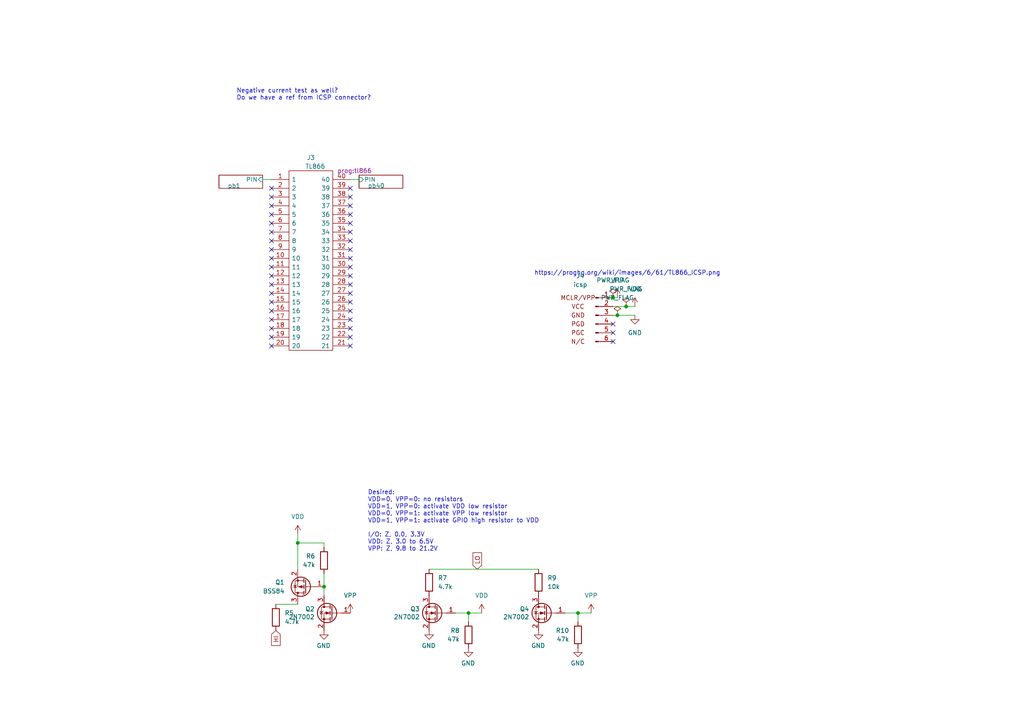
<source format=kicad_sch>
(kicad_sch (version 20211123) (generator eeschema)
  (paper "A4")
  (lib_symbols
    (symbol "Connector:Conn_01x02_Male" (pin_names (offset 1.016) hide)
      (property "Reference" "J" (at 0 2.54 0))
      (property "Value" "Conn_01x02_Male" (at 0 -5.08 0))
      (symbol "Conn_01x02_Male_1_1"
        (polyline (pts (xy 1.27 -2.54) (xy 0.8636 -2.54)) (stroke (width 0.1524)))
        (polyline (pts (xy 1.27 0) (xy 0.8636 0)) (stroke (width 0.1524)))
        (rectangle (start 0.8636 -2.413) (end 0 -2.667) (stroke (width 0.1524)) (fill (type outline)))
        (rectangle (start 0.8636 0.127) (end 0 -0.127) (stroke (width 0.1524)) (fill (type outline)))
        (pin passive line (at 5.08 0 180) (length 3.81) (name "Pin_1") (number "1"))
        (pin passive line (at 5.08 -2.54 180) (length 3.81) (name "Pin_2") (number "2"))
      )
    )
    (symbol "Device:R" (pin_numbers hide) (pin_names (offset 0))
      (property "Reference" "R" (at 2.032 0 90))
      (property "Value" "R" (at 0 0 90))
      (symbol "R_0_1"
        (rectangle (start -1.016 -2.54) (end 1.016 2.54) (stroke (width 0.254)))
      )
      (symbol "R_1_1"
        (pin passive line (at 0 3.81 270) (length 1.27) (name "~") (number "1"))
        (pin passive line (at 0 -3.81 90) (length 1.27) (name "~") (number "2"))
      )
    )
    (symbol "Transistor_FET:2N7002" (pin_names hide)
      (property "Reference" "Q" (at 5.08 1.905 0))
      (property "Value" "2N7002" (at 5.08 0 0))
      (symbol "2N7002_0_1"
        (polyline (pts (xy 0.254 0) (xy -2.54 0)))
        (polyline (pts (xy 0.254 1.905) (xy 0.254 -1.905)) (stroke (width 0.254)))
        (polyline (pts (xy 0.762 -1.27) (xy 0.762 -2.286)) (stroke (width 0.254)))
        (polyline (pts (xy 0.762 0.508) (xy 0.762 -0.508)) (stroke (width 0.254)))
        (polyline (pts (xy 0.762 2.286) (xy 0.762 1.27)) (stroke (width 0.254)))
        (polyline (pts (xy 2.54 2.54) (xy 2.54 1.778)))
        (polyline (pts (xy 2.54 -2.54) (xy 2.54 0) (xy 0.762 0)))
        (polyline (pts (xy 0.762 -1.778) (xy 3.302 -1.778) (xy 3.302 1.778) (xy 0.762 1.778)))
        (polyline (pts (xy 1.016 0) (xy 2.032 0.381) (xy 2.032 -0.381) (xy 1.016 0)) (fill (type outline)))
        (polyline (pts (xy 2.794 0.508) (xy 2.921 0.381) (xy 3.683 0.381) (xy 3.81 0.254)))
        (polyline (pts (xy 3.302 0.381) (xy 2.921 -0.254) (xy 3.683 -0.254) (xy 3.302 0.381)))
        (circle (center 1.651 0) (radius 2.794) (stroke (width 0.254)))
        (circle (center 2.54 -1.778) (radius 0.254) (fill (type outline)))
        (circle (center 2.54 1.778) (radius 0.254) (fill (type outline)))
      )
      (symbol "2N7002_1_1"
        (pin input line (at -5.08 0 0) (length 2.54) (name "G") (number "1"))
        (pin passive line (at 2.54 -5.08 90) (length 2.54) (name "S") (number "2"))
        (pin passive line (at 2.54 5.08 270) (length 2.54) (name "D") (number "3"))
      )
    )
    (symbol "Transistor_FET:BSS84" (pin_names hide)
      (property "Reference" "Q" (at 5.08 1.905 0))
      (property "Value" "BSS84" (at 5.08 0 0))
      (symbol "BSS84_0_1"
        (polyline (pts (xy 0.254 0) (xy -2.54 0)))
        (polyline (pts (xy 0.254 1.905) (xy 0.254 -1.905)) (stroke (width 0.254)))
        (polyline (pts (xy 0.762 -1.27) (xy 0.762 -2.286)) (stroke (width 0.254)))
        (polyline (pts (xy 0.762 0.508) (xy 0.762 -0.508)) (stroke (width 0.254)))
        (polyline (pts (xy 0.762 2.286) (xy 0.762 1.27)) (stroke (width 0.254)))
        (polyline (pts (xy 2.54 2.54) (xy 2.54 1.778)))
        (polyline (pts (xy 2.54 -2.54) (xy 2.54 0) (xy 0.762 0)))
        (polyline (pts (xy 0.762 1.778) (xy 3.302 1.778) (xy 3.302 -1.778) (xy 0.762 -1.778)))
        (polyline (pts (xy 2.286 0) (xy 1.27 0.381) (xy 1.27 -0.381) (xy 2.286 0)) (fill (type outline)))
        (polyline (pts (xy 2.794 -0.508) (xy 2.921 -0.381) (xy 3.683 -0.381) (xy 3.81 -0.254)))
        (polyline (pts (xy 3.302 -0.381) (xy 2.921 0.254) (xy 3.683 0.254) (xy 3.302 -0.381)))
        (circle (center 1.651 0) (radius 2.794) (stroke (width 0.254)))
        (circle (center 2.54 -1.778) (radius 0.254) (fill (type outline)))
        (circle (center 2.54 1.778) (radius 0.254) (fill (type outline)))
      )
      (symbol "BSS84_1_1"
        (pin input line (at -5.08 0 0) (length 2.54) (name "G") (number "1"))
        (pin passive line (at 2.54 -5.08 90) (length 2.54) (name "S") (number "2"))
        (pin passive line (at 2.54 5.08 270) (length 2.54) (name "D") (number "3"))
      )
    )
    (symbol "power:GND" (power) (pin_names (offset 0))
      (property "Value" "GND" (at 0 -3.81 0))
      (symbol "GND_0_1"
        (polyline (pts (xy 0 0) (xy 0 -1.27) (xy 1.27 -1.27) (xy 0 -2.54) (xy -1.27 -1.27) (xy 0 -1.27)))
      )
      (symbol "GND_1_1"
        (pin power_in line (at 0 0 270) (length 0) hide (name "GND") (number "1"))
      )
    )
    (symbol "power:PWR_FLAG" (power) (pin_numbers hide) (pin_names (offset 0) hide)
      (property "Value" "PWR_FLAG" (at 0 3.81 0))
      (symbol "PWR_FLAG_0_0"
        (pin power_out line (at 0 0 90) (length 0) (name "pwr") (number "1"))
      )
      (symbol "PWR_FLAG_0_1"
        (polyline (pts (xy 0 0) (xy 0 1.27) (xy -1.016 1.905) (xy 0 2.54) (xy 1.016 1.905) (xy 0 1.27)))
      )
    )
    (symbol "power:VDD" (power) (pin_names (offset 0))
      (property "Value" "VDD" (at 0 3.81 0))
      (symbol "VDD_0_1"
        (polyline (pts (xy -0.762 1.27) (xy 0 2.54)))
        (polyline (pts (xy 0 0) (xy 0 2.54)))
        (polyline (pts (xy 0 2.54) (xy 0.762 1.27)))
      )
      (symbol "VDD_1_1"
        (pin power_in line (at 0 0 90) (length 0) hide (name "VDD") (number "1"))
      )
    )
    (symbol "power:VPP" (power) (pin_names (offset 0))
      (property "Value" "VPP" (at 0 3.81 0))
      (symbol "VPP_0_1"
        (polyline (pts (xy -0.762 1.27) (xy 0 2.54)))
        (polyline (pts (xy 0 0) (xy 0 2.54)))
        (polyline (pts (xy 0 2.54) (xy 0.762 1.27)))
      )
      (symbol "VPP_1_1"
        (pin power_in line (at 0 0 90) (length 0) hide (name "VPP") (number "1"))
      )
    )
    (symbol "prog:icsp" (pin_names (offset 1.016) hide)
      (property "Reference" "J?" (at 3.175 11.43 0))
      (property "Value" "icsp" (at 3.175 8.89 0))
      (symbol "icsp_0_0"
        (text "GND" (at -5.08 0 0) (effects (font (size 1.27 1.27))))
        (text "MCLR/VPP" (at -5.08 5.08 0) (effects (font (size 1.27 1.27))))
        (text "N/C" (at -5.08 -7.62 0) (effects (font (size 1.27 1.27))))
        (text "PGC" (at -5.08 -5.08 0) (effects (font (size 1.27 1.27))))
        (text "PGD" (at -5.08 -2.54 0) (effects (font (size 1.27 1.27))))
        (text "VCC" (at -5.08 2.54 0) (effects (font (size 1.27 1.27))))
      )
      (symbol "icsp_1_1"
        (polyline (pts (xy 1.27 -7.62) (xy 0.8636 -7.62)) (stroke (width 0.1524)))
        (polyline (pts (xy 1.27 -5.08) (xy 0.8636 -5.08)) (stroke (width 0.1524)))
        (polyline (pts (xy 1.27 -2.54) (xy 0.8636 -2.54)) (stroke (width 0.1524)))
        (polyline (pts (xy 1.27 0) (xy 0.8636 0)) (stroke (width 0.1524)))
        (polyline (pts (xy 1.27 2.54) (xy 0.8636 2.54)) (stroke (width 0.1524)))
        (polyline (pts (xy 1.27 5.08) (xy 0.8636 5.08)) (stroke (width 0.1524)))
        (rectangle (start 0.8636 -7.493) (end 0 -7.747) (stroke (width 0.1524)) (fill (type outline)))
        (rectangle (start 0.8636 -4.953) (end 0 -5.207) (stroke (width 0.1524)) (fill (type outline)))
        (rectangle (start 0.8636 -2.413) (end 0 -2.667) (stroke (width 0.1524)) (fill (type outline)))
        (rectangle (start 0.8636 0.127) (end 0 -0.127) (stroke (width 0.1524)) (fill (type outline)))
        (rectangle (start 0.8636 2.667) (end 0 2.413) (stroke (width 0.1524)) (fill (type outline)))
        (rectangle (start 0.8636 5.207) (end 0 4.953) (stroke (width 0.1524)) (fill (type outline)))
        (pin passive line (at 5.08 5.08 180) (length 3.81) (name "VPP/MCLR") (number "1"))
        (pin passive line (at 5.08 2.54 180) (length 3.81) (name "Pin_2") (number "2"))
        (pin passive line (at 5.08 0 180) (length 3.81) (name "Pin_3") (number "3"))
        (pin passive line (at 5.08 -2.54 180) (length 3.81) (name "Pin_4") (number "4"))
        (pin passive line (at 5.08 -5.08 180) (length 3.81) (name "Pin_5") (number "5"))
        (pin passive line (at 5.08 -7.62 180) (length 3.81) (name "Pin_6") (number "6"))
      )
    )
    (symbol "prog:tl866_dip40" (pin_names (offset 0.762))
      (property "Reference" "J3" (at 11.43 7.62 0))
      (property "Value" "tl866_dip40" (at 11.43 5.08 0))
      (symbol "tl866_dip40_0_0"
        (pin bidirectional line (at 0 0 0) (length 5.08) (name "1") (number "1"))
        (pin bidirectional line (at 0 -22.86 0) (length 5.08) (name "10") (number "10"))
        (pin bidirectional line (at 0 -25.4 0) (length 5.08) (name "11") (number "11"))
        (pin bidirectional line (at 0 -27.94 0) (length 5.08) (name "12") (number "12"))
        (pin bidirectional line (at 0 -30.48 0) (length 5.08) (name "13") (number "13"))
        (pin bidirectional line (at 0 -33.02 0) (length 5.08) (name "14") (number "14"))
        (pin bidirectional line (at 0 -35.56 0) (length 5.08) (name "15") (number "15"))
        (pin bidirectional line (at 0 -38.1 0) (length 5.08) (name "16") (number "16"))
        (pin bidirectional line (at 0 -40.64 0) (length 5.08) (name "17") (number "17"))
        (pin bidirectional line (at 0 -43.18 0) (length 5.08) (name "18") (number "18"))
        (pin bidirectional line (at 0 -45.72 0) (length 5.08) (name "19") (number "19"))
        (pin bidirectional line (at 0 -2.54 0) (length 5.08) (name "2") (number "2"))
        (pin bidirectional line (at 0 -48.26 0) (length 5.08) (name "20") (number "20"))
        (pin bidirectional line (at 22.86 -48.26 180) (length 5.08) (name "21") (number "21"))
        (pin bidirectional line (at 22.86 -45.72 180) (length 5.08) (name "22") (number "22"))
        (pin bidirectional line (at 22.86 -43.18 180) (length 5.08) (name "23") (number "23"))
        (pin bidirectional line (at 22.86 -40.64 180) (length 5.08) (name "24") (number "24"))
        (pin bidirectional line (at 22.86 -38.1 180) (length 5.08) (name "25") (number "25"))
        (pin bidirectional line (at 22.86 -35.56 180) (length 5.08) (name "26") (number "26"))
        (pin bidirectional line (at 22.86 -33.02 180) (length 5.08) (name "27") (number "27"))
        (pin bidirectional line (at 22.86 -30.48 180) (length 5.08) (name "28") (number "28"))
        (pin bidirectional line (at 22.86 -27.94 180) (length 5.08) (name "29") (number "29"))
        (pin bidirectional line (at 0 -5.08 0) (length 5.08) (name "3") (number "3"))
        (pin bidirectional line (at 22.86 -25.4 180) (length 5.08) (name "30") (number "30"))
        (pin bidirectional line (at 22.86 -22.86 180) (length 5.08) (name "31") (number "31"))
        (pin bidirectional line (at 22.86 -20.32 180) (length 5.08) (name "32") (number "32"))
        (pin bidirectional line (at 22.86 -17.78 180) (length 5.08) (name "33") (number "33"))
        (pin bidirectional line (at 22.86 -15.24 180) (length 5.08) (name "34") (number "34"))
        (pin bidirectional line (at 22.86 -12.7 180) (length 5.08) (name "35") (number "35"))
        (pin bidirectional line (at 22.86 -10.16 180) (length 5.08) (name "36") (number "36"))
        (pin bidirectional line (at 22.86 -7.62 180) (length 5.08) (name "37") (number "37"))
        (pin bidirectional line (at 22.86 -5.08 180) (length 5.08) (name "38") (number "38"))
        (pin bidirectional line (at 22.86 -2.54 180) (length 5.08) (name "39") (number "39"))
        (pin bidirectional line (at 0 -7.62 0) (length 5.08) (name "4") (number "4"))
        (pin bidirectional line (at 22.86 0 180) (length 5.08) (name "40") (number "40"))
        (pin bidirectional line (at 0 -10.16 0) (length 5.08) (name "5") (number "5"))
        (pin bidirectional line (at 0 -12.7 0) (length 5.08) (name "6") (number "6"))
        (pin bidirectional line (at 0 -15.24 0) (length 5.08) (name "7") (number "7"))
        (pin bidirectional line (at 0 -17.78 0) (length 5.08) (name "8") (number "8"))
        (pin bidirectional line (at 0 -20.32 0) (length 5.08) (name "9") (number "9"))
      )
      (symbol "tl866_dip40_0_1"
        (rectangle (start 5.08 2.54) (end 17.78 -49.53))
      )
    )
  )
  (junction (at 177.8 86.36))
  (junction (at 135.89 177.8))
  (junction (at 93.98 170.18))
  (junction (at -73.66 175.26))
  (junction (at 86.36 157.48))
  (junction (at 167.64 177.8))
  (junction (at 179.07 91.44))
  (junction (at 181.61 88.9))
  (junction (at -30.48 171.45))
  (no_connect (at 177.8 93.98))
  (no_connect (at 177.8 96.52))
  (no_connect (at 101.6 54.61))
  (no_connect (at 78.74 54.61))
  (no_connect (at 78.74 57.15))
  (no_connect (at 101.6 57.15))
  (no_connect (at 78.74 64.77))
  (no_connect (at 78.74 67.31))
  (no_connect (at 78.74 69.85))
  (no_connect (at 78.74 72.39))
  (no_connect (at 78.74 74.93))
  (no_connect (at 78.74 77.47))
  (no_connect (at 78.74 80.01))
  (no_connect (at 78.74 82.55))
  (no_connect (at 101.6 74.93))
  (no_connect (at 101.6 72.39))
  (no_connect (at 101.6 69.85))
  (no_connect (at 101.6 67.31))
  (no_connect (at 101.6 64.77))
  (no_connect (at 101.6 62.23))
  (no_connect (at 101.6 59.69))
  (no_connect (at 101.6 100.33))
  (no_connect (at 101.6 97.79))
  (no_connect (at 101.6 95.25))
  (no_connect (at 101.6 92.71))
  (no_connect (at 101.6 90.17))
  (no_connect (at 78.74 100.33))
  (no_connect (at 78.74 95.25))
  (no_connect (at 78.74 97.79))
  (no_connect (at 78.74 59.69))
  (no_connect (at 78.74 62.23))
  (no_connect (at 78.74 85.09))
  (no_connect (at 78.74 87.63))
  (no_connect (at 78.74 90.17))
  (no_connect (at 78.74 92.71))
  (no_connect (at 101.6 87.63))
  (no_connect (at 101.6 85.09))
  (no_connect (at 101.6 82.55))
  (no_connect (at 101.6 80.01))
  (no_connect (at 101.6 77.47))
  (no_connect (at 177.8 99.06))
  (wire (pts (xy -73.66 175.26) (xy -76.2 175.26)))
  (wire (pts (xy 76.2 52.07) (xy 78.74 52.07)))
  (wire (pts (xy -26.67 168.91) (xy -26.67 171.45)))
  (wire (pts (xy 93.98 166.37) (xy 93.98 170.18)))
  (wire (pts (xy -69.85 182.88) (xy -69.85 180.34)))
  (wire (pts (xy 132.08 177.8) (xy 135.89 177.8)))
  (wire (pts (xy 167.64 177.8) (xy 171.45 177.8)))
  (wire (pts (xy 177.8 86.36) (xy 179.07 86.36)))
  (wire (pts (xy 93.98 157.48) (xy 86.36 157.48)))
  (wire (pts (xy 179.07 91.44) (xy 184.15 91.44)))
  (wire (pts (xy -69.85 175.26) (xy -73.66 175.26)))
  (wire (pts (xy -26.67 171.45) (xy -30.48 171.45)))
  (wire (pts (xy 181.61 88.9) (xy 184.15 88.9)))
  (wire (pts (xy 124.46 165.1) (xy 156.21 165.1)))
  (wire (pts (xy 177.8 91.44) (xy 179.07 91.44)))
  (wire (pts (xy -30.48 171.45) (xy -30.48 175.26)))
  (wire (pts (xy -73.66 175.26) (xy -73.66 171.45)))
  (wire (pts (xy 86.36 175.26) (xy 80.01 175.26)))
  (wire (pts (xy 93.98 170.18) (xy 93.98 172.72)))
  (wire (pts (xy 101.6 52.07) (xy 104.14 52.07)))
  (wire (pts (xy 86.36 157.48) (xy 86.36 165.1)))
  (wire (pts (xy -69.85 177.8) (xy -69.85 175.26)))
  (wire (pts (xy -26.67 163.83) (xy -26.67 166.37)))
  (wire (pts (xy 163.83 177.8) (xy 167.64 177.8)))
  (wire (pts (xy 177.8 88.9) (xy 181.61 88.9)))
  (wire (pts (xy 135.89 177.8) (xy 135.89 180.34)))
  (wire (pts (xy 86.36 154.94) (xy 86.36 157.48)))
  (wire (pts (xy 135.89 177.8) (xy 139.7 177.8)))
  (wire (pts (xy -33.02 163.83) (xy -26.67 163.83)))
  (wire (pts (xy 93.98 157.48) (xy 93.98 158.75)))
  (wire (pts (xy 167.64 177.8) (xy 167.64 180.34)))
  (wire (pts (xy -76.2 182.88) (xy -69.85 182.88)))
  (wire (pts (xy -30.48 171.45) (xy -33.02 171.45)))
  (text "Backup in case automatic resistor selection fails" (at -88.9 154.94 0) (effects (font (size 1.27 1.27)) (justify left bottom)))
  (text "Desired:\nVDD=0, VPP=0: no resistors\nVDD=1, VPP=0: activate VDD low resistor\nVDD=0, VPP=1: activate VPP low resistor\nVDD=1, VPP=1: activate GPIO high resistor to VDD\n\nI/O: Z, 0.0, 3.3V\nVDD: Z, 3.0 to 6.5V\nVPP: Z, 9.8 to 21.2V" (at 106.68 160.02 0) (effects (font (size 1.27 1.27)) (justify left bottom)))
  (text "https://proghq.org/wiki/images/6/61/TL866_ICSP.png" (at 154.94 80.01 0) (effects (font (size 1.27 1.27)) (justify left bottom)))
  (text "Negative current test as well?\nDo we have a ref from ICSP connector?" (at 68.58 29.21 0) (effects (font (size 1.27 1.27)) (justify left bottom)))
  (global_label "LO" (shape input) (at -29.21 163.83 90) (property "Intersheet References" "${INTERSHEET_REFS}" (effects hide)))
  (global_label "HI" (shape input) (at -72.39 182.88 270) (property "Intersheet References" "${INTERSHEET_REFS}" (effects hide)))
  (global_label "HI" (shape input) (at 80.01 182.88 270) (property "Intersheet References" "${INTERSHEET_REFS}" (effects hide)))
  (global_label "LO" (shape input) (at 138.43 165.1 90) (property "Intersheet References" "${INTERSHEET_REFS}" (effects hide)))
  (symbol (lib_id "Connector:Conn_01x02_Male") (at -64.77 177.8 0) (mirror y) (unit 1)
    (property "Reference" "J1" (at -63.5 180.3401 0) (effects (justify right)))
    (property "Value" "Conn_01x02_Male" (at -63.5 177.8001 0) (effects (justify right)))
    (property "Footprint" "Connector_PinHeader_2.54mm:PinHeader_1x02_P2.54mm_Vertical" (effects hide))
  )
  (symbol (lib_id "Transistor_FET:2N7002") (at 158.75 177.8 0) (mirror y) (unit 1)
    (property "Reference" "Q4" (at 153.5176 176.6316 0) (effects (justify left)))
    (property "Value" "2N7002" (at 153.5176 178.943 0) (effects (justify left)))
    (property "Footprint" "Package_TO_SOT_SMD:SOT-23" (effects hide))
    (property "Datasheet" "https://www.onsemi.com/pub/Collateral/NDS7002A-D.PDF" (effects hide))
  )
  (symbol (lib_id "Device:R") (at 124.46 168.91 180) (unit 1)
    (property "Reference" "R7" (at 127 167.6399 0) (effects (justify right)))
    (property "Value" "4.7k" (at 127 170.1799 0) (effects (justify right)))
    (property "Footprint" "Resistor_SMD:R_0603_1608Metric" (effects hide))
  )
  (symbol (lib_id "Device:R") (at 93.98 162.56 0) (mirror x) (unit 1)
    (property "Reference" "R6" (at 91.44 161.2899 0) (effects (justify right)))
    (property "Value" "47k" (at 91.44 163.8299 0) (effects (justify right)))
    (property "Footprint" "Resistor_SMD:R_0603_1608Metric" (effects hide))
  )
  (symbol (lib_id "Device:R") (at -73.66 167.64 0) (mirror y) (unit 1)
    (property "Reference" "R2" (at -71.12 166.3699 0) (effects (justify right)))
    (property "Value" "NOLOAD" (at -71.12 168.9099 0) (effects (justify right)))
    (property "Footprint" "Resistor_SMD:R_0603_1608Metric" (effects hide))
  )
  (symbol (lib_id "Transistor_FET:BSS84") (at 88.9 170.18 180) (unit 1)
    (property "Reference" "Q1" (at 82.55 168.9099 0) (effects (justify left)))
    (property "Value" "BSS84" (at 82.55 171.4499 0) (effects (justify left)))
    (property "Footprint" "Package_TO_SOT_SMD:SOT-23" (effects hide))
    (property "Datasheet" "http://assets.nexperia.com/documents/data-sheet/BSS84.pdf" (effects hide))
  )
  (symbol (lib_id "Device:R") (at -30.48 179.07 180) (unit 1)
    (property "Reference" "R4" (at -27.94 177.7999 0) (effects (justify right)))
    (property "Value" "NOLOAD" (at -27.94 180.3399 0) (effects (justify right)))
    (property "Footprint" "Resistor_SMD:R_0603_1608Metric" (effects hide))
  )
  (symbol (lib_id "Device:R") (at 135.89 184.15 0) (mirror x) (unit 1)
    (property "Reference" "R8" (at 133.35 182.8799 0) (effects (justify right)))
    (property "Value" "47k" (at 133.35 185.4199 0) (effects (justify right)))
    (property "Footprint" "Resistor_SMD:R_0603_1608Metric" (effects hide))
  )
  (symbol (lib_id "power:VDD") (at -73.66 163.83 0) (unit 1)
    (property "Reference" "#PWR01" (effects hide))
    (property "Value" "VDD" (at -73.66 158.75 0))
  )
  (symbol (lib_id "power:VPP") (at 171.45 177.8 0) (unit 1)
    (property "Reference" "#PWR011" (effects hide))
    (property "Value" "VPP" (at 171.45 172.72 0))
  )
  (symbol (lib_id "Transistor_FET:2N7002") (at 127 177.8 0) (mirror y) (unit 1)
    (property "Reference" "Q3" (at 121.7676 176.6316 0) (effects (justify left)))
    (property "Value" "2N7002" (at 121.7676 178.943 0) (effects (justify left)))
    (property "Footprint" "Package_TO_SOT_SMD:SOT-23" (effects hide))
    (property "Datasheet" "https://www.onsemi.com/pub/Collateral/NDS7002A-D.PDF" (effects hide))
  )
  (symbol (lib_id "power:VDD") (at 184.15 88.9 0) (unit 1)
    (property "Reference" "#PWR013" (effects hide))
    (property "Value" "VDD" (at 184.15 83.82 0))
  )
  (symbol (lib_id "power:PWR_FLAG") (at 177.8 86.36 0) (unit 1)
    (property "Reference" "#FLG01" (effects hide))
    (property "Value" "PWR_FLAG" (at 177.8 81.28 0))
  )
  (symbol (lib_id "Transistor_FET:2N7002") (at 96.52 177.8 0) (mirror y) (unit 1)
    (property "Reference" "Q2" (at 91.2876 176.6316 0) (effects (justify left)))
    (property "Value" "2N7002" (at 91.2876 178.943 0) (effects (justify left)))
    (property "Footprint" "Package_TO_SOT_SMD:SOT-23" (effects hide))
    (property "Datasheet" "https://www.onsemi.com/pub/Collateral/NDS7002A-D.PDF" (effects hide))
  )
  (symbol (lib_id "prog:icsp") (at 172.72 91.44 0) (unit 1)
    (property "Reference" "J4" (at 168.3187 80.01 0))
    (property "Value" "icsp" (at 168.3187 82.55 0))
    (property "Footprint" "Connector_PinHeader_2.54mm:PinHeader_1x06_P2.54mm_Vertical" (effects hide))
  )
  (symbol (lib_id "prog:tl866_dip40") (at 78.74 52.07 0) (unit 1)
    (property "Reference" "J3" (at 90.17 45.72 0))
    (property "Value" "TL866" (at 91.44 48.26 0))
    (property "Footprint" "prog:tl866" (at 97.79 49.53 0) (effects (justify left)))
  )
  (symbol (lib_id "power:VPP") (at 101.6 177.8 0) (unit 1)
    (property "Reference" "#PWR05" (effects hide))
    (property "Value" "VPP" (at 101.6 172.72 0))
  )
  (symbol (lib_id "power:GND") (at 135.89 187.96 0) (mirror y) (unit 1)
    (property "Reference" "#PWR07" (effects hide))
    (property "Value" "GND" (at 135.763 192.3542 0))
  )
  (symbol (lib_id "power:GND") (at 156.21 182.88 0) (mirror y) (unit 1)
    (property "Reference" "#PWR09" (effects hide))
    (property "Value" "GND" (at 156.083 187.2742 0))
  )
  (symbol (lib_id "Device:R") (at 80.01 179.07 180) (unit 1)
    (property "Reference" "R5" (at 82.55 177.7999 0) (effects (justify right)))
    (property "Value" "4.7k" (at 82.55 180.3399 0) (effects (justify right)))
    (property "Footprint" "Resistor_SMD:R_0603_1608Metric" (effects hide))
  )
  (symbol (lib_id "power:GND") (at -30.48 182.88 0) (unit 1)
    (property "Reference" "#PWR02" (effects hide))
    (property "Value" "GND" (at -30.48 187.96 0))
  )
  (symbol (lib_id "power:VDD") (at 139.7 177.8 0) (unit 1)
    (property "Reference" "#PWR08" (effects hide))
    (property "Value" "VDD" (at 139.7 172.72 0))
  )
  (symbol (lib_id "power:PWR_FLAG") (at 181.61 88.9 0) (unit 1)
    (property "Reference" "#FLG02" (effects hide))
    (property "Value" "PWR_FLAG" (at 181.61 83.82 0))
  )
  (symbol (lib_id "Device:R") (at -76.2 179.07 0) (mirror y) (unit 1)
    (property "Reference" "R1" (at -73.66 177.7999 0) (effects (justify right)))
    (property "Value" "NOLOAD" (at -73.66 180.3399 0) (effects (justify right)))
    (property "Footprint" "Resistor_SMD:R_0603_1608Metric" (effects hide))
  )
  (symbol (lib_id "power:PWR_FLAG") (at 179.07 91.44 0) (unit 1)
    (property "Reference" "#FLG03" (effects hide))
    (property "Value" "PWR_FLAG" (at 179.07 86.36 0))
  )
  (symbol (lib_id "Device:R") (at 167.64 184.15 0) (mirror x) (unit 1)
    (property "Reference" "R10" (at 165.1 182.8799 0) (effects (justify right)))
    (property "Value" "47k" (at 165.1 185.4199 0) (effects (justify right)))
    (property "Footprint" "Resistor_SMD:R_0603_1608Metric" (effects hide))
  )
  (symbol (lib_id "Device:R") (at 156.21 168.91 180) (unit 1)
    (property "Reference" "R9" (at 158.75 167.6399 0) (effects (justify right)))
    (property "Value" "10k" (at 158.75 170.1799 0) (effects (justify right)))
    (property "Footprint" "Resistor_SMD:R_0603_1608Metric" (effects hide))
  )
  (symbol (lib_id "power:VPP") (at 179.07 86.36 0) (unit 1)
    (property "Reference" "#PWR012" (effects hide))
    (property "Value" "VPP" (at 179.07 81.28 0))
  )
  (symbol (lib_id "power:GND") (at 124.46 182.88 0) (mirror y) (unit 1)
    (property "Reference" "#PWR06" (effects hide))
    (property "Value" "GND" (at 124.333 187.2742 0))
  )
  (symbol (lib_id "power:GND") (at 184.15 91.44 0) (mirror y) (unit 1)
    (property "Reference" "#PWR014" (effects hide))
    (property "Value" "GND" (at 184.15 96.52 0))
  )
  (symbol (lib_id "power:GND") (at 167.64 187.96 0) (mirror y) (unit 1)
    (property "Reference" "#PWR010" (effects hide))
    (property "Value" "GND" (at 167.513 192.3542 0))
  )
  (symbol (lib_id "power:GND") (at 93.98 182.88 0) (mirror y) (unit 1)
    (property "Reference" "#PWR04" (effects hide))
    (property "Value" "GND" (at 93.853 187.2742 0))
  )
  (symbol (lib_id "Device:R") (at -33.02 167.64 180) (unit 1)
    (property "Reference" "R3" (at -30.48 166.3699 0) (effects (justify right)))
    (property "Value" "NOLOAD" (at -30.48 168.9099 0) (effects (justify right)))
    (property "Footprint" "Resistor_SMD:R_0603_1608Metric" (effects hide))
  )
  (symbol (lib_id "power:VDD") (at 86.36 154.94 0) (unit 1)
    (property "Reference" "#PWR03" (effects hide))
    (property "Value" "VDD" (at 86.36 149.86 0))
  )
  (symbol (lib_id "Connector:Conn_01x02_Male") (at -21.59 168.91 180) (unit 1)
    (property "Reference" "J2" (at -20.32 166.3699 0) (effects (justify right)))
    (property "Value" "Conn_01x02_Male" (at -20.32 168.9099 0) (effects (justify right)))
    (property "Footprint" "Connector_PinHeader_2.54mm:PinHeader_1x02_P2.54mm_Vertical" (effects hide))
  )
  (sheet (at 104.14 50.8) (size 12.7 3.81) (stroke (width 0.1524))
    (property "Sheet name" "pb40" (at 106.68 54.61 0) (effects (justify left bottom)))
    (property "Sheet file" "pinblock.kicad_sch" (effects hide))
    (pin "PIN" input (at 104.14 52.07 180))
  )
  (sheet (at 63.5 50.8) (size 12.7 3.81) (stroke (width 0.1524))
    (property "Sheet name" "pb1" (at 66.04 54.61 0) (effects (justify left bottom)))
    (property "Sheet file" "pinblock.kicad_sch" (effects hide))
    (pin "PIN" input (at 76.2 52.07 0))
  )
)
</source>
